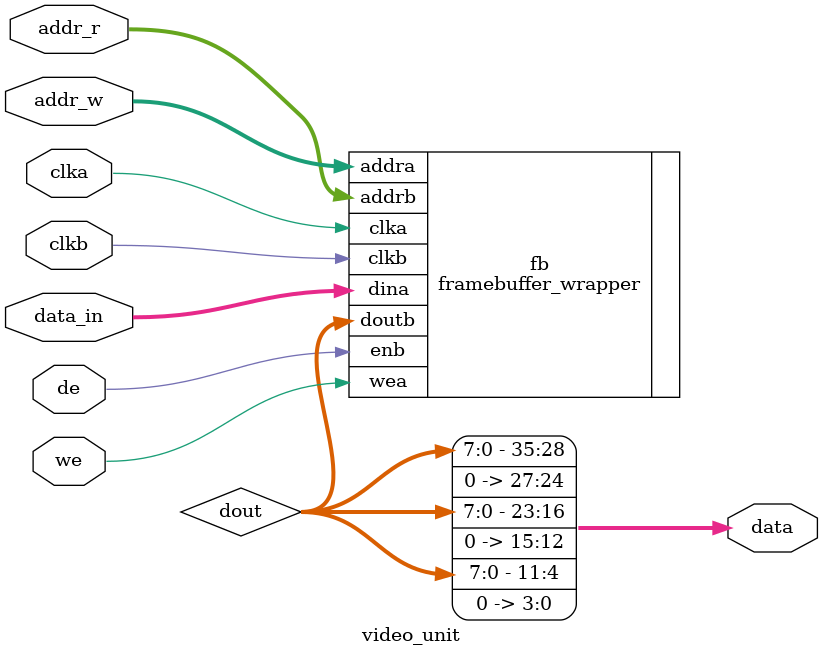
<source format=sv>
`timescale 1ns / 1ps


module video_unit
  (input logic 	       clka, clkb, 
   input logic 	       de,
   input logic         we,
   input logic [18:0]  addr_w,
   input logic [18:0]  addr_r,
   output logic [35:0] data,
   input logic [7:0]  data_in 
   );
   
   logic [7:0]        dout;
   // 524888? what is this magig number in bram generator?
   framebuffer_wrapper fb(.addra (addr_w), .addrb (addr_r), .clka (clka), .clkb (clkb), .dina (data_in), 
                          .doutb (dout), .wea (we), .enb (de));

   assign data = {{dout, 4'h0}, {dout, 4'h0}, {dout, 4'h0}};
   
endmodule
/*
module test;
     logic 	       clk;
     logic            de;
     logic [3:0]   we;
     logic [20:0]  addr_w;
     logic [20:0]  addr_r;
     logic [35:0] data;
     logic [31:0]  data_in; 
     
    initial begin
        clk = 0;
        forever #5 clk = ~clk;
    end
    
    integer i;
    video_unit vu(clk,de,we,addr_w,addr_r,data,data_in);
    initial begin
        @(posedge clk);
        @(posedge clk);
        @(posedge clk);
        addr_r = 0;
        de = 1;
        addr_w = 0;
        we = 4'hf;
        data_in = 32'haaaaaaaa;
        @(posedge clk);
        addr_w = 2;
        we = 4'hf;
        data_in = 32'hbbbbbbbb;
        @(posedge clk);
        addr_w = 3;
        we = 4'hf;
        data_in = 32'hcccccccc;
        @(posedge clk);
        we = 4'h0;
        @(posedge clk);
        addr_r = 0;
        @(posedge clk);
        addr_r = 1;
        @(posedge clk);
        addr_r = 2;
        @(posedge clk);
        @(posedge clk);
        @(posedge clk);

        $finish;
    end

endmodule*/
</source>
